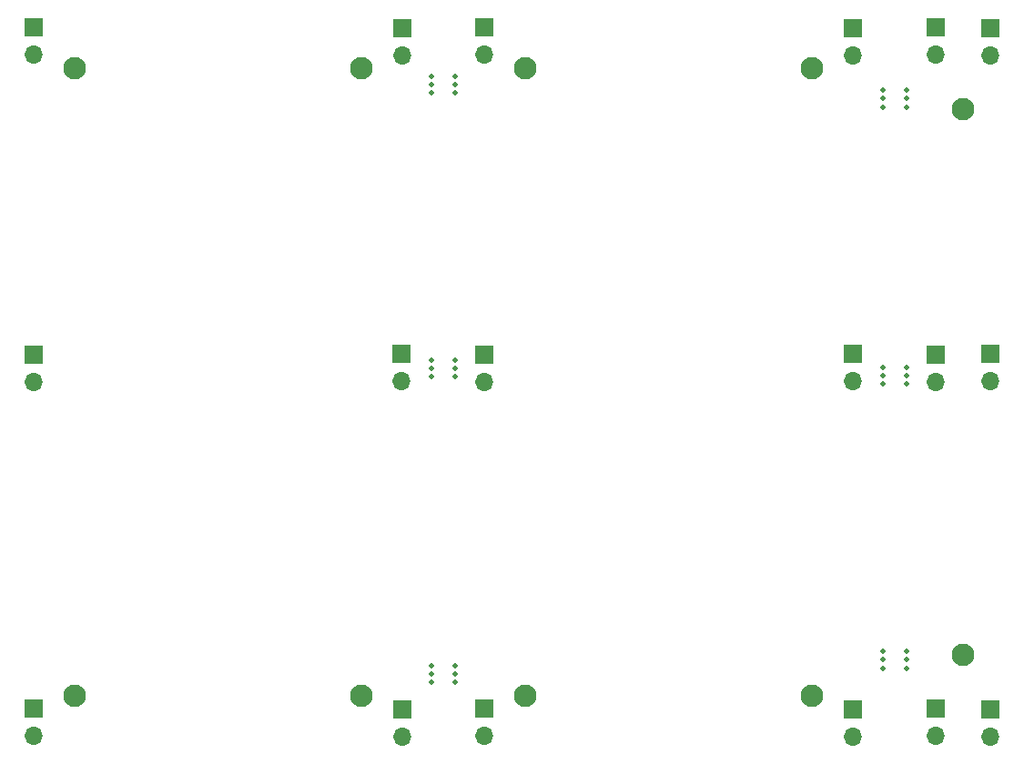
<source format=gbr>
%TF.GenerationSoftware,KiCad,Pcbnew,(5.1.9)-1*%
%TF.CreationDate,2021-05-05T18:50:43+10:00*%
%TF.ProjectId,panel,70616e65-6c2e-46b6-9963-61645f706362,rev?*%
%TF.SameCoordinates,Original*%
%TF.FileFunction,Soldermask,Bot*%
%TF.FilePolarity,Negative*%
%FSLAX46Y46*%
G04 Gerber Fmt 4.6, Leading zero omitted, Abs format (unit mm)*
G04 Created by KiCad (PCBNEW (5.1.9)-1) date 2021-05-05 18:50:43*
%MOMM*%
%LPD*%
G01*
G04 APERTURE LIST*
%ADD10C,0.500000*%
%ADD11O,1.700000X1.700000*%
%ADD12R,1.700000X1.700000*%
%ADD13C,2.100000*%
G04 APERTURE END LIST*
D10*
%TO.C,mouse-bite-2.54mm-slot*%
X103055600Y-52819400D03*
X103055600Y-54419400D03*
X100855600Y-54419400D03*
X100855600Y-52819400D03*
X103055600Y-53619400D03*
X100855600Y-53619400D03*
%TD*%
%TO.C,mouse-bite-2.54mm-slot*%
X103055600Y-78625800D03*
X103055600Y-80225800D03*
X100855600Y-80225800D03*
X100855600Y-78625800D03*
X103055600Y-79425800D03*
X100855600Y-79425800D03*
%TD*%
%TO.C,mouse-bite-2.54mm-slot*%
X103055600Y-105067200D03*
X103055600Y-106667200D03*
X100855600Y-106667200D03*
X100855600Y-105067200D03*
X103055600Y-105867200D03*
X100855600Y-105867200D03*
%TD*%
%TO.C,mouse-bite-2.54mm-slot*%
X61044000Y-77940000D03*
X61044000Y-79540000D03*
X58844000Y-79540000D03*
X58844000Y-77940000D03*
X61044000Y-78740000D03*
X58844000Y-78740000D03*
%TD*%
%TO.C,mouse-bite-2.54mm-slot*%
X61044000Y-51524000D03*
X61044000Y-53124000D03*
X58844000Y-53124000D03*
X58844000Y-51524000D03*
X61044000Y-52324000D03*
X58844000Y-52324000D03*
%TD*%
%TO.C,mouse-bite-2.54mm-slot*%
X61044000Y-106388000D03*
X61044000Y-107988000D03*
X58844000Y-107988000D03*
X58844000Y-106388000D03*
X61044000Y-107188000D03*
X58844000Y-107188000D03*
%TD*%
D11*
%TO.C,J9*%
X56134000Y-113030000D03*
D12*
X56134000Y-110490000D03*
%TD*%
D13*
%TO.C,H3*%
X25654000Y-50800000D03*
%TD*%
D11*
%TO.C,J5*%
X56084000Y-79960000D03*
D12*
X56084000Y-77420000D03*
%TD*%
D13*
%TO.C,H6*%
X52324000Y-109220000D03*
%TD*%
D11*
%TO.C,J8*%
X21844000Y-80010000D03*
D12*
X21844000Y-77470000D03*
%TD*%
D13*
%TO.C,H4*%
X25654000Y-109220000D03*
%TD*%
D11*
%TO.C,J12*%
X21844000Y-112980000D03*
D12*
X21844000Y-110440000D03*
%TD*%
D13*
%TO.C,H5*%
X52324000Y-50800000D03*
%TD*%
D11*
%TO.C,J3*%
X56134000Y-49580000D03*
D12*
X56134000Y-47040000D03*
%TD*%
D11*
%TO.C,J2*%
X21844000Y-49530000D03*
D12*
X21844000Y-46990000D03*
%TD*%
D13*
%TO.C,H2*%
X108305600Y-54610000D03*
%TD*%
%TO.C,H4*%
X67614800Y-109220000D03*
%TD*%
%TO.C,H5*%
X94284800Y-50800000D03*
%TD*%
%TO.C,H1*%
X108305600Y-105410000D03*
%TD*%
D12*
%TO.C,J7*%
X110845600Y-77420000D03*
D11*
X110845600Y-79960000D03*
%TD*%
D13*
%TO.C,H3*%
X67614800Y-50800000D03*
%TD*%
D12*
%TO.C,J10*%
X110845600Y-110490000D03*
D11*
X110845600Y-113030000D03*
%TD*%
D12*
%TO.C,J11*%
X105765600Y-110440000D03*
D11*
X105765600Y-112980000D03*
%TD*%
D12*
%TO.C,J12*%
X63804800Y-110440000D03*
D11*
X63804800Y-112980000D03*
%TD*%
D12*
%TO.C,J5*%
X98044800Y-77420000D03*
D11*
X98044800Y-79960000D03*
%TD*%
D12*
%TO.C,J6*%
X105765600Y-77470000D03*
D11*
X105765600Y-80010000D03*
%TD*%
D13*
%TO.C,H6*%
X94284800Y-109220000D03*
%TD*%
D12*
%TO.C,J8*%
X63804800Y-77470000D03*
D11*
X63804800Y-80010000D03*
%TD*%
D12*
%TO.C,J1*%
X105765600Y-46990000D03*
D11*
X105765600Y-49530000D03*
%TD*%
D12*
%TO.C,J4*%
X110845600Y-47040000D03*
D11*
X110845600Y-49580000D03*
%TD*%
D12*
%TO.C,J2*%
X63804800Y-46990000D03*
D11*
X63804800Y-49530000D03*
%TD*%
D12*
%TO.C,J3*%
X98094800Y-47040000D03*
D11*
X98094800Y-49580000D03*
%TD*%
D12*
%TO.C,J9*%
X98094800Y-110490000D03*
D11*
X98094800Y-113030000D03*
%TD*%
M02*

</source>
